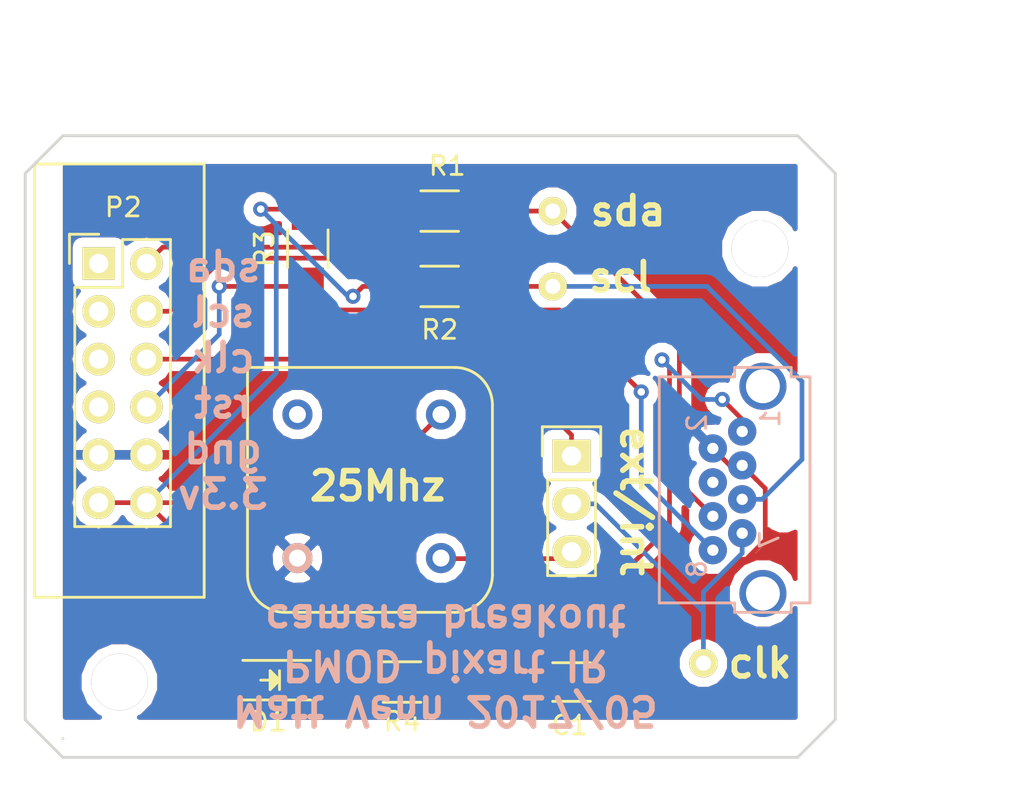
<source format=kicad_pcb>
(kicad_pcb (version 20170123) (host pcbnew no-vcs-found-7475836~58~ubuntu14.04.1)

  (general
    (links 27)
    (no_connects 0)
    (area 117.511475 67.3 176.000001 109.09376)
    (thickness 1.6)
    (drawings 23)
    (tracks 99)
    (zones 0)
    (modules 15)
    (nets 10)
  )

  (page A4)
  (layers
    (0 F.Cu signal)
    (31 B.Cu signal)
    (32 B.Adhes user)
    (33 F.Adhes user)
    (34 B.Paste user)
    (35 F.Paste user)
    (36 B.SilkS user)
    (37 F.SilkS user)
    (38 B.Mask user)
    (39 F.Mask user)
    (40 Dwgs.User user)
    (41 Cmts.User user)
    (42 Eco1.User user)
    (43 Eco2.User user)
    (44 Edge.Cuts user)
    (45 Margin user)
    (46 B.CrtYd user)
    (47 F.CrtYd user)
    (48 B.Fab user)
    (49 F.Fab user)
  )

  (setup
    (last_trace_width 0.25)
    (trace_clearance 0.2)
    (zone_clearance 0.508)
    (zone_45_only no)
    (trace_min 0.2)
    (segment_width 0.2)
    (edge_width 0.15)
    (via_size 0.8)
    (via_drill 0.4)
    (via_min_size 0.4)
    (via_min_drill 0.3)
    (uvia_size 0.3)
    (uvia_drill 0.1)
    (uvias_allowed no)
    (uvia_min_size 0.2)
    (uvia_min_drill 0.1)
    (pcb_text_width 0.3)
    (pcb_text_size 1.5 1.5)
    (mod_edge_width 0.15)
    (mod_text_size 1 1)
    (mod_text_width 0.15)
    (pad_size 1.524 1.524)
    (pad_drill 0.762)
    (pad_to_mask_clearance 0.2)
    (aux_axis_origin 0 0)
    (visible_elements FFFDEF7F)
    (pcbplotparams
      (layerselection 0x010f0_ffffffff)
      (usegerberextensions false)
      (excludeedgelayer true)
      (linewidth 0.100000)
      (plotframeref false)
      (viasonmask false)
      (mode 1)
      (useauxorigin false)
      (hpglpennumber 1)
      (hpglpenspeed 20)
      (hpglpendiameter 15)
      (psnegative false)
      (psa4output false)
      (plotreference true)
      (plotvalue true)
      (plotinvisibletext false)
      (padsonsilk false)
      (subtractmaskfromsilk false)
      (outputformat 1)
      (mirror false)
      (drillshape 0)
      (scaleselection 1)
      (outputdirectory fab/))
  )

  (net 0 "")
  (net 1 /sda)
  (net 2 VCC)
  (net 3 /scl)
  (net 4 /reset)
  (net 5 GND)
  (net 6 /clk)
  (net 7 /cam_clk)
  (net 8 /osc)
  (net 9 "Net-(D1-Pad1)")

  (net_class Default "This is the default net class."
    (clearance 0.2)
    (trace_width 0.25)
    (via_dia 0.8)
    (via_drill 0.4)
    (uvia_dia 0.3)
    (uvia_drill 0.1)
    (add_net /cam_clk)
    (add_net /clk)
    (add_net /osc)
    (add_net /reset)
    (add_net /scl)
    (add_net /sda)
    (add_net GND)
    (add_net "Net-(D1-Pad1)")
    (add_net VCC)
  )

  (module fp:oscillator (layer F.Cu) (tedit 59383E01) (tstamp 59369F81)
    (at 137 92.5 90)
    (path /592C4E35)
    (fp_text reference U1 (at 4.15 -3.35 90) (layer F.SilkS) hide
      (effects (font (size 1 1) (thickness 0.15)))
    )
    (fp_text value oscillator (at 4.5 12.8 90) (layer F.Fab)
      (effects (font (size 1 1) (thickness 0.15)))
    )
    (fp_line (start 6.2 -6.2) (end -4.8 -6.2) (layer F.SilkS) (width 0.15))
    (fp_line (start -6.8 -4.2) (end -6.8 4.8) (layer F.SilkS) (width 0.15))
    (fp_line (start -4.85 6.8) (end 4.2 6.8) (layer F.SilkS) (width 0.15))
    (fp_line (start 6.2 4.85) (end 6.2 -6.2) (layer F.SilkS) (width 0.15))
    (fp_arc (start -4.8 -4.2) (end -6.8 -4.2) (angle 90) (layer F.SilkS) (width 0.15))
    (fp_arc (start -4.8 4.8) (end -4.8 6.8) (angle 90) (layer F.SilkS) (width 0.15))
    (fp_arc (start 4.2 4.8) (end 6.2 4.8) (angle 90) (layer F.SilkS) (width 0.15))
    (pad 1 thru_hole circle (at 3.7 -3.55 270) (size 1.6 1.6) (drill 0.9) (layers *.Cu *.Mask))
    (pad 8 thru_hole circle (at 3.7 4.07 270) (size 1.6 1.6) (drill 0.9) (layers *.Cu *.Mask)
      (net 2 VCC))
    (pad 4 thru_hole circle (at -3.92 -3.55 270) (size 1.6 1.6) (drill 0.9) (layers *.Cu *.Mask B.SilkS)
      (net 5 GND))
    (pad 5 thru_hole circle (at -3.92 4.07 270) (size 1.6 1.6) (drill 0.9) (layers *.Cu *.Mask)
      (net 8 /osc))
  )

  (module fp:wiimote (layer F.Cu) (tedit 592C5290) (tstamp 592C56CD)
    (at 154.758 92.8 90)
    (path /592C6EA5)
    (fp_text reference U2 (at 0.05 -3.05 90) (layer B.SilkS) hide
      (effects (font (size 1 1) (thickness 0.15)) (justify mirror))
    )
    (fp_text value wiimote-camera (at 0 -4.8 90) (layer F.Fab)
      (effects (font (size 1 1) (thickness 0.15)))
    )
    (fp_line (start 6.5 4.9) (end 6.5 4.9) (layer B.SilkS) (width 0.15))
    (fp_line (start 6.5 1.9) (end 6.5 4.9) (layer B.SilkS) (width 0.15))
    (fp_line (start 6 -2.1) (end 6 -2.1) (layer B.SilkS) (width 0.15))
    (fp_line (start -6 -2.1) (end 6 -2.1) (layer B.SilkS) (width 0.15))
    (fp_line (start -6.5 1.9) (end -6.5 1.9) (layer B.SilkS) (width 0.15))
    (fp_line (start -6.5 4.9) (end -6.5 1.9) (layer B.SilkS) (width 0.15))
    (fp_line (start -6 5.9) (end -6 5.9) (layer B.SilkS) (width 0.15))
    (fp_line (start 6 5.9) (end -6 5.9) (layer B.SilkS) (width 0.15))
    (fp_line (start 6 -2.1) (end 6 -2.1) (layer B.SilkS) (width 0.15))
    (fp_line (start 6 1.9) (end 6 -2.1) (layer B.SilkS) (width 0.15))
    (fp_line (start 6.5 1.9) (end 6 1.9) (layer B.SilkS) (width 0.15))
    (fp_line (start 6 5.9) (end 6 5.9) (layer B.SilkS) (width 0.15))
    (fp_line (start 6 4.9) (end 6 5.9) (layer B.SilkS) (width 0.15))
    (fp_line (start 6.5 4.9) (end 6 4.9) (layer B.SilkS) (width 0.15))
    (fp_line (start -6 5.9) (end -6 5.9) (layer B.SilkS) (width 0.15))
    (fp_line (start -6 4.9) (end -6 5.9) (layer B.SilkS) (width 0.15))
    (fp_line (start -6.5 4.9) (end -6 4.9) (layer B.SilkS) (width 0.15))
    (fp_line (start -6 -2.1) (end -6 -2.1) (layer B.SilkS) (width 0.15))
    (fp_line (start -6 1.9) (end -6 -2.1) (layer B.SilkS) (width 0.15))
    (fp_line (start -6.5 1.9) (end -6 1.9) (layer B.SilkS) (width 0.15))
    (fp_line (start -6.5 3.4) (end -6.5 3.4) (layer B.SilkS) (width 0.15))
    (fp_text user 1 (at 3.8 3.8 90) (layer B.SilkS)
      (effects (font (size 1 1) (thickness 0.15)) (justify mirror))
    )
    (fp_text user 7 (at -2.65 3.75 90) (layer B.SilkS)
      (effects (font (size 1 1) (thickness 0.15)) (justify mirror))
    )
    (fp_text user 2 (at 3.55 -0.1 90) (layer B.SilkS)
      (effects (font (size 1 1) (thickness 0.15)) (justify mirror))
    )
    (fp_text user 8 (at -4.2 -0.1 90) (layer B.SilkS)
      (effects (font (size 1 1) (thickness 0.15)) (justify mirror))
    )
    (pad 1 thru_hole circle (at 3.1 2.3 90) (size 1.5 1.5) (drill 0.6) (layers *.Cu *.Mask)
      (net 2 VCC))
    (pad "" np_thru_hole circle (at -5.5 3.4 90) (size 2.5 2.5) (drill 1.8) (layers *.Cu *.Mask))
    (pad "" np_thru_hole circle (at 5.5 3.4 90) (size 2.5 2.5) (drill 1.8) (layers *.Cu *.Mask))
    (pad "" np_thru_hole circle (at 2.7 4.5 90) (size 1.3 1.3) (drill 1.3) (layers *.Cu *.Mask))
    (pad "" np_thru_hole circle (at -1.1 4.5 90) (size 1.3 1.3) (drill 1.3) (layers *.Cu *.Mask))
    (pad 2 thru_hole circle (at 2.2 0.742 90) (size 1.5 1.5) (drill 0.6) (layers *.Cu *.Mask)
      (net 5 GND))
    (pad 3 thru_hole circle (at 1.3 2.3 90) (size 1.5 1.5) (drill 0.6) (layers *.Cu *.Mask)
      (net 5 GND))
    (pad 4 thru_hole circle (at 0.4 0.742 90) (size 1.5 1.5) (drill 0.6) (layers *.Cu *.Mask))
    (pad 5 thru_hole circle (at -0.5 2.3 90) (size 1.5 1.5) (drill 0.6) (layers *.Cu *.Mask)
      (net 3 /scl))
    (pad 6 thru_hole circle (at -1.4 0.742 90) (size 1.5 1.5) (drill 0.6) (layers *.Cu *.Mask)
      (net 1 /sda))
    (pad 7 thru_hole circle (at -2.3 2.3 90) (size 1.5 1.5) (drill 0.6) (layers *.Cu *.Mask)
      (net 7 /cam_clk))
    (pad 8 thru_hole circle (at -3.2 0.742 90) (size 1.5 1.5) (drill 0.6) (layers *.Cu *.Mask)
      (net 4 /reset))
  )

  (module Mounting_Holes:MountingHole_3mm (layer F.Cu) (tedit 592C4D32) (tstamp 59385F2B)
    (at 124 103)
    (descr "Mounting hole, Befestigungsbohrung, 3mm, No Annular, Kein Restring,")
    (tags "Mounting hole, Befestigungsbohrung, 3mm, No Annular, Kein Restring,")
    (fp_text reference REF** (at 0 -4.0005) (layer F.SilkS) hide
      (effects (font (size 1 1) (thickness 0.15)))
    )
    (fp_text value MountingHole_3mm (at 1.00076 5.00126) (layer F.Fab)
      (effects (font (size 1 1) (thickness 0.15)))
    )
    (fp_circle (center 0 0) (end 3 0) (layer Cmts.User) (width 0.381))
    (pad 1 thru_hole circle (at 0 0) (size 3 3) (drill 3) (layers))
  )

  (module Mounting_Holes:MountingHole_3mm (layer F.Cu) (tedit 592C4D2F) (tstamp 59385F29)
    (at 158 80)
    (descr "Mounting hole, Befestigungsbohrung, 3mm, No Annular, Kein Restring,")
    (tags "Mounting hole, Befestigungsbohrung, 3mm, No Annular, Kein Restring,")
    (fp_text reference REF** (at 0 -4.0005) (layer F.SilkS) hide
      (effects (font (size 1 1) (thickness 0.15)))
    )
    (fp_text value MountingHole_3mm (at 1.00076 5.00126) (layer F.Fab)
      (effects (font (size 1 1) (thickness 0.15)))
    )
    (fp_circle (center 0 0) (end 3 0) (layer Cmts.User) (width 0.381))
    (pad 1 thru_hole circle (at 0 0) (size 3 3) (drill 3) (layers))
  )

  (module Capacitors_SMD:C_1206_HandSoldering (layer F.Cu) (tedit 541A9C03) (tstamp 59369F2E)
    (at 148 103)
    (descr "Capacitor SMD 1206, hand soldering")
    (tags "capacitor 1206")
    (path /592C4B90)
    (attr smd)
    (fp_text reference C1 (at -0.1 2.3) (layer F.SilkS)
      (effects (font (size 1 1) (thickness 0.15)))
    )
    (fp_text value C (at 0 2.3) (layer F.Fab)
      (effects (font (size 1 1) (thickness 0.15)))
    )
    (fp_line (start -3.3 -1.15) (end 3.3 -1.15) (layer F.CrtYd) (width 0.05))
    (fp_line (start -3.3 1.15) (end 3.3 1.15) (layer F.CrtYd) (width 0.05))
    (fp_line (start -3.3 -1.15) (end -3.3 1.15) (layer F.CrtYd) (width 0.05))
    (fp_line (start 3.3 -1.15) (end 3.3 1.15) (layer F.CrtYd) (width 0.05))
    (fp_line (start 1 -1.025) (end -1 -1.025) (layer F.SilkS) (width 0.15))
    (fp_line (start -1 1.025) (end 1 1.025) (layer F.SilkS) (width 0.15))
    (pad 1 smd rect (at -2 0) (size 2 1.6) (layers F.Cu F.Paste F.Mask)
      (net 2 VCC))
    (pad 2 smd rect (at 2 0) (size 2 1.6) (layers F.Cu F.Paste F.Mask)
      (net 5 GND))
    (model Capacitors_SMD.3dshapes/C_1206_HandSoldering.wrl
      (at (xyz 0 0 0))
      (scale (xyz 1 1 1))
      (rotate (xyz 0 0 0))
    )
  )

  (module LEDs:LED-1206 (layer F.Cu) (tedit 55BDE2E8) (tstamp 59369F44)
    (at 132 102.9 180)
    (descr "LED 1206 smd package")
    (tags "LED1206 SMD")
    (path /592C5F93)
    (attr smd)
    (fp_text reference D1 (at 0.1 -2.2 180) (layer F.SilkS)
      (effects (font (size 1 1) (thickness 0.15)))
    )
    (fp_text value LED (at 0 2 180) (layer F.Fab)
      (effects (font (size 1 1) (thickness 0.15)))
    )
    (fp_line (start -2.15 1.05) (end 1.45 1.05) (layer F.SilkS) (width 0.15))
    (fp_line (start -2.15 -1.05) (end 1.45 -1.05) (layer F.SilkS) (width 0.15))
    (fp_line (start -0.1 -0.3) (end -0.1 0.3) (layer F.SilkS) (width 0.15))
    (fp_line (start -0.1 0.3) (end -0.4 0) (layer F.SilkS) (width 0.15))
    (fp_line (start -0.4 0) (end -0.2 -0.2) (layer F.SilkS) (width 0.15))
    (fp_line (start -0.2 -0.2) (end -0.2 0.05) (layer F.SilkS) (width 0.15))
    (fp_line (start -0.2 0.05) (end -0.25 0) (layer F.SilkS) (width 0.15))
    (fp_line (start -0.5 -0.5) (end -0.5 0.5) (layer F.SilkS) (width 0.15))
    (fp_line (start 0 0) (end 0.5 0) (layer F.SilkS) (width 0.15))
    (fp_line (start -0.5 0) (end 0 -0.5) (layer F.SilkS) (width 0.15))
    (fp_line (start 0 -0.5) (end 0 0.5) (layer F.SilkS) (width 0.15))
    (fp_line (start 0 0.5) (end -0.5 0) (layer F.SilkS) (width 0.15))
    (fp_line (start 2.5 -1.25) (end -2.5 -1.25) (layer F.CrtYd) (width 0.05))
    (fp_line (start -2.5 -1.25) (end -2.5 1.25) (layer F.CrtYd) (width 0.05))
    (fp_line (start -2.5 1.25) (end 2.5 1.25) (layer F.CrtYd) (width 0.05))
    (fp_line (start 2.5 1.25) (end 2.5 -1.25) (layer F.CrtYd) (width 0.05))
    (pad 2 smd rect (at 1.41986 0) (size 1.59766 1.80086) (layers F.Cu F.Paste F.Mask)
      (net 2 VCC))
    (pad 1 smd rect (at -1.41986 0) (size 1.59766 1.80086) (layers F.Cu F.Paste F.Mask)
      (net 9 "Net-(D1-Pad1)"))
  )

  (module Pin_Headers:Pin_Header_Straight_1x03 (layer F.Cu) (tedit 592C4D40) (tstamp 59369F56)
    (at 148 91)
    (descr "Through hole pin header")
    (tags "pin header")
    (path /592C5397)
    (fp_text reference P1 (at 0 -5.1) (layer F.SilkS) hide
      (effects (font (size 1 1) (thickness 0.15)))
    )
    (fp_text value CONN_01X03 (at 0 -3.1) (layer F.Fab)
      (effects (font (size 1 1) (thickness 0.15)))
    )
    (fp_line (start -1.75 -1.75) (end -1.75 6.85) (layer F.CrtYd) (width 0.05))
    (fp_line (start 1.75 -1.75) (end 1.75 6.85) (layer F.CrtYd) (width 0.05))
    (fp_line (start -1.75 -1.75) (end 1.75 -1.75) (layer F.CrtYd) (width 0.05))
    (fp_line (start -1.75 6.85) (end 1.75 6.85) (layer F.CrtYd) (width 0.05))
    (fp_line (start -1.27 1.27) (end -1.27 6.35) (layer F.SilkS) (width 0.15))
    (fp_line (start -1.27 6.35) (end 1.27 6.35) (layer F.SilkS) (width 0.15))
    (fp_line (start 1.27 6.35) (end 1.27 1.27) (layer F.SilkS) (width 0.15))
    (fp_line (start 1.55 -1.55) (end 1.55 0) (layer F.SilkS) (width 0.15))
    (fp_line (start 1.27 1.27) (end -1.27 1.27) (layer F.SilkS) (width 0.15))
    (fp_line (start -1.55 0) (end -1.55 -1.55) (layer F.SilkS) (width 0.15))
    (fp_line (start -1.55 -1.55) (end 1.55 -1.55) (layer F.SilkS) (width 0.15))
    (pad 1 thru_hole rect (at 0 0) (size 2.032 1.7272) (drill 1.016) (layers *.Cu *.Mask F.SilkS)
      (net 6 /clk))
    (pad 2 thru_hole oval (at 0 2.54) (size 2.032 1.7272) (drill 1.016) (layers *.Cu *.Mask F.SilkS)
      (net 7 /cam_clk))
    (pad 3 thru_hole oval (at 0 5.08) (size 2.032 1.7272) (drill 1.016) (layers *.Cu *.Mask F.SilkS)
      (net 8 /osc))
    (model Pin_Headers.3dshapes/Pin_Header_Straight_1x03.wrl
      (at (xyz 0 -0.1 0))
      (scale (xyz 1 1 1))
      (rotate (xyz 0 0 90))
    )
  )

  (module Pin_Headers:Pin_Header_Straight_2x06 (layer F.Cu) (tedit 0) (tstamp 59369F72)
    (at 122.9 80.78)
    (descr "Through hole pin header")
    (tags "pin header")
    (path /592C4A96)
    (fp_text reference P2 (at 1.3 -2.98) (layer F.SilkS)
      (effects (font (size 1 1) (thickness 0.15)))
    )
    (fp_text value CONN_02X06 (at 0 -3.1) (layer F.Fab)
      (effects (font (size 1 1) (thickness 0.15)))
    )
    (fp_line (start -1.75 -1.75) (end -1.75 14.45) (layer F.CrtYd) (width 0.05))
    (fp_line (start 4.3 -1.75) (end 4.3 14.45) (layer F.CrtYd) (width 0.05))
    (fp_line (start -1.75 -1.75) (end 4.3 -1.75) (layer F.CrtYd) (width 0.05))
    (fp_line (start -1.75 14.45) (end 4.3 14.45) (layer F.CrtYd) (width 0.05))
    (fp_line (start 3.81 13.97) (end 3.81 -1.27) (layer F.SilkS) (width 0.15))
    (fp_line (start -1.27 1.27) (end -1.27 13.97) (layer F.SilkS) (width 0.15))
    (fp_line (start 3.81 13.97) (end -1.27 13.97) (layer F.SilkS) (width 0.15))
    (fp_line (start 3.81 -1.27) (end 1.27 -1.27) (layer F.SilkS) (width 0.15))
    (fp_line (start 0 -1.55) (end -1.55 -1.55) (layer F.SilkS) (width 0.15))
    (fp_line (start 1.27 -1.27) (end 1.27 1.27) (layer F.SilkS) (width 0.15))
    (fp_line (start 1.27 1.27) (end -1.27 1.27) (layer F.SilkS) (width 0.15))
    (fp_line (start -1.55 -1.55) (end -1.55 0) (layer F.SilkS) (width 0.15))
    (pad 1 thru_hole rect (at 0 0) (size 1.7272 1.7272) (drill 1.016) (layers *.Cu *.Mask F.SilkS))
    (pad 2 thru_hole oval (at 2.54 0) (size 1.7272 1.7272) (drill 1.016) (layers *.Cu *.Mask F.SilkS)
      (net 1 /sda))
    (pad 3 thru_hole oval (at 0 2.54) (size 1.7272 1.7272) (drill 1.016) (layers *.Cu *.Mask F.SilkS))
    (pad 4 thru_hole oval (at 2.54 2.54) (size 1.7272 1.7272) (drill 1.016) (layers *.Cu *.Mask F.SilkS)
      (net 3 /scl))
    (pad 5 thru_hole oval (at 0 5.08) (size 1.7272 1.7272) (drill 1.016) (layers *.Cu *.Mask F.SilkS))
    (pad 6 thru_hole oval (at 2.54 5.08) (size 1.7272 1.7272) (drill 1.016) (layers *.Cu *.Mask F.SilkS)
      (net 6 /clk))
    (pad 7 thru_hole oval (at 0 7.62) (size 1.7272 1.7272) (drill 1.016) (layers *.Cu *.Mask F.SilkS))
    (pad 8 thru_hole oval (at 2.54 7.62) (size 1.7272 1.7272) (drill 1.016) (layers *.Cu *.Mask F.SilkS)
      (net 4 /reset))
    (pad 9 thru_hole oval (at 0 10.16) (size 1.7272 1.7272) (drill 1.016) (layers *.Cu *.Mask F.SilkS)
      (net 5 GND))
    (pad 10 thru_hole oval (at 2.54 10.16) (size 1.7272 1.7272) (drill 1.016) (layers *.Cu *.Mask F.SilkS)
      (net 5 GND))
    (pad 11 thru_hole oval (at 0 12.7) (size 1.7272 1.7272) (drill 1.016) (layers *.Cu *.Mask F.SilkS)
      (net 2 VCC))
    (pad 12 thru_hole oval (at 2.54 12.7) (size 1.7272 1.7272) (drill 1.016) (layers *.Cu *.Mask F.SilkS)
      (net 2 VCC))
    (model Pin_Headers.3dshapes/Pin_Header_Straight_2x06.wrl
      (at (xyz 0.05 -0.25 0))
      (scale (xyz 1 1 1))
      (rotate (xyz 0 0 90))
    )
  )

  (module Measurement_Points:Measurement_Point_Round-TH_Small (layer F.Cu) (tedit 592C4D28) (tstamp 5938575A)
    (at 147 78)
    (descr "Mesurement Point, Square, Trough Hole,  DM 1.5mm, Drill 0.8mm,")
    (tags "Mesurement Point, Square, Trough Hole, DM 1.5mm, Drill 0.8mm,")
    (path /592C5CF9)
    (fp_text reference W1 (at 0 -2.54) (layer F.SilkS) hide
      (effects (font (size 1 1) (thickness 0.15)))
    )
    (fp_text value TEST_1P (at 0 2.54) (layer F.Fab)
      (effects (font (size 1 1) (thickness 0.15)))
    )
    (pad 1 thru_hole circle (at 0 0) (size 1.50114 1.50114) (drill 0.8001) (layers *.Cu *.Mask F.SilkS)
      (net 1 /sda))
  )

  (module Measurement_Points:Measurement_Point_Round-TH_Small (layer F.Cu) (tedit 592C4D2B) (tstamp 5938575E)
    (at 147 82)
    (descr "Mesurement Point, Square, Trough Hole,  DM 1.5mm, Drill 0.8mm,")
    (tags "Mesurement Point, Square, Trough Hole, DM 1.5mm, Drill 0.8mm,")
    (path /592C5DE1)
    (fp_text reference W2 (at 0 -2.54) (layer F.SilkS) hide
      (effects (font (size 1 1) (thickness 0.15)))
    )
    (fp_text value TEST_1P (at 0 2.54) (layer F.Fab)
      (effects (font (size 1 1) (thickness 0.15)))
    )
    (pad 1 thru_hole circle (at 0 0) (size 1.50114 1.50114) (drill 0.8001) (layers *.Cu *.Mask F.SilkS)
      (net 3 /scl))
  )

  (module Measurement_Points:Measurement_Point_Round-TH_Small (layer F.Cu) (tedit 592C4D38) (tstamp 59385814)
    (at 155 102)
    (descr "Mesurement Point, Square, Trough Hole,  DM 1.5mm, Drill 0.8mm,")
    (tags "Mesurement Point, Square, Trough Hole, DM 1.5mm, Drill 0.8mm,")
    (path /592C64F0)
    (fp_text reference W3 (at 0 -2.54) (layer F.SilkS) hide
      (effects (font (size 1 1) (thickness 0.15)))
    )
    (fp_text value TEST_1P (at 0 2.54) (layer F.Fab)
      (effects (font (size 1 1) (thickness 0.15)))
    )
    (pad 1 thru_hole circle (at 0 0) (size 1.50114 1.50114) (drill 0.8001) (layers *.Cu *.Mask F.SilkS)
      (net 7 /cam_clk))
  )

  (module Resistors_SMD:R_1206_HandSoldering (layer F.Cu) (tedit 5418A20D) (tstamp 593A16FB)
    (at 141 78 180)
    (descr "Resistor SMD 1206, hand soldering")
    (tags "resistor 1206")
    (path /592C5BA0)
    (attr smd)
    (fp_text reference R1 (at -0.4 2.4 180) (layer F.SilkS)
      (effects (font (size 1 1) (thickness 0.15)))
    )
    (fp_text value R (at 0 2.3 180) (layer F.Fab)
      (effects (font (size 1 1) (thickness 0.15)))
    )
    (fp_line (start -3.3 -1.2) (end 3.3 -1.2) (layer F.CrtYd) (width 0.05))
    (fp_line (start -3.3 1.2) (end 3.3 1.2) (layer F.CrtYd) (width 0.05))
    (fp_line (start -3.3 -1.2) (end -3.3 1.2) (layer F.CrtYd) (width 0.05))
    (fp_line (start 3.3 -1.2) (end 3.3 1.2) (layer F.CrtYd) (width 0.05))
    (fp_line (start 1 1.075) (end -1 1.075) (layer F.SilkS) (width 0.15))
    (fp_line (start -1 -1.075) (end 1 -1.075) (layer F.SilkS) (width 0.15))
    (pad 1 smd rect (at -2 0 180) (size 2 1.7) (layers F.Cu F.Paste F.Mask)
      (net 1 /sda))
    (pad 2 smd rect (at 2 0 180) (size 2 1.7) (layers F.Cu F.Paste F.Mask)
      (net 2 VCC))
    (model Resistors_SMD.3dshapes/R_1206_HandSoldering.wrl
      (at (xyz 0 0 0))
      (scale (xyz 1 1 1))
      (rotate (xyz 0 0 0))
    )
  )

  (module Resistors_SMD:R_1206_HandSoldering (layer F.Cu) (tedit 5418A20D) (tstamp 593A1707)
    (at 141 82 180)
    (descr "Resistor SMD 1206, hand soldering")
    (tags "resistor 1206")
    (path /592C5B74)
    (attr smd)
    (fp_text reference R2 (at 0 -2.3 180) (layer F.SilkS)
      (effects (font (size 1 1) (thickness 0.15)))
    )
    (fp_text value 4.7k (at 0 2.3 180) (layer F.Fab)
      (effects (font (size 1 1) (thickness 0.15)))
    )
    (fp_line (start -1 -1.075) (end 1 -1.075) (layer F.SilkS) (width 0.15))
    (fp_line (start 1 1.075) (end -1 1.075) (layer F.SilkS) (width 0.15))
    (fp_line (start 3.3 -1.2) (end 3.3 1.2) (layer F.CrtYd) (width 0.05))
    (fp_line (start -3.3 -1.2) (end -3.3 1.2) (layer F.CrtYd) (width 0.05))
    (fp_line (start -3.3 1.2) (end 3.3 1.2) (layer F.CrtYd) (width 0.05))
    (fp_line (start -3.3 -1.2) (end 3.3 -1.2) (layer F.CrtYd) (width 0.05))
    (pad 2 smd rect (at 2 0 180) (size 2 1.7) (layers F.Cu F.Paste F.Mask)
      (net 2 VCC))
    (pad 1 smd rect (at -2 0 180) (size 2 1.7) (layers F.Cu F.Paste F.Mask)
      (net 3 /scl))
    (model Resistors_SMD.3dshapes/R_1206_HandSoldering.wrl
      (at (xyz 0 0 0))
      (scale (xyz 1 1 1))
      (rotate (xyz 0 0 0))
    )
  )

  (module Resistors_SMD:R_1206_HandSoldering (layer F.Cu) (tedit 5418A20D) (tstamp 593A1713)
    (at 134 80 90)
    (descr "Resistor SMD 1206, hand soldering")
    (tags "resistor 1206")
    (path /592C4B06)
    (attr smd)
    (fp_text reference R3 (at 0 -2.3 90) (layer F.SilkS)
      (effects (font (size 1 1) (thickness 0.15)))
    )
    (fp_text value 10k (at 0 2.3 90) (layer F.Fab)
      (effects (font (size 1 1) (thickness 0.15)))
    )
    (fp_line (start -3.3 -1.2) (end 3.3 -1.2) (layer F.CrtYd) (width 0.05))
    (fp_line (start -3.3 1.2) (end 3.3 1.2) (layer F.CrtYd) (width 0.05))
    (fp_line (start -3.3 -1.2) (end -3.3 1.2) (layer F.CrtYd) (width 0.05))
    (fp_line (start 3.3 -1.2) (end 3.3 1.2) (layer F.CrtYd) (width 0.05))
    (fp_line (start 1 1.075) (end -1 1.075) (layer F.SilkS) (width 0.15))
    (fp_line (start -1 -1.075) (end 1 -1.075) (layer F.SilkS) (width 0.15))
    (pad 1 smd rect (at -2 0 90) (size 2 1.7) (layers F.Cu F.Paste F.Mask)
      (net 4 /reset))
    (pad 2 smd rect (at 2 0 90) (size 2 1.7) (layers F.Cu F.Paste F.Mask)
      (net 2 VCC))
    (model Resistors_SMD.3dshapes/R_1206_HandSoldering.wrl
      (at (xyz 0 0 0))
      (scale (xyz 1 1 1))
      (rotate (xyz 0 0 0))
    )
  )

  (module Resistors_SMD:R_1206_HandSoldering (layer F.Cu) (tedit 5418A20D) (tstamp 593A189B)
    (at 139 103)
    (descr "Resistor SMD 1206, hand soldering")
    (tags "resistor 1206")
    (path /592C6095)
    (attr smd)
    (fp_text reference R4 (at 0 2.1) (layer F.SilkS)
      (effects (font (size 1 1) (thickness 0.15)))
    )
    (fp_text value 150R (at 0 2.3) (layer F.Fab)
      (effects (font (size 1 1) (thickness 0.15)))
    )
    (fp_line (start -3.3 -1.2) (end 3.3 -1.2) (layer F.CrtYd) (width 0.05))
    (fp_line (start -3.3 1.2) (end 3.3 1.2) (layer F.CrtYd) (width 0.05))
    (fp_line (start -3.3 -1.2) (end -3.3 1.2) (layer F.CrtYd) (width 0.05))
    (fp_line (start 3.3 -1.2) (end 3.3 1.2) (layer F.CrtYd) (width 0.05))
    (fp_line (start 1 1.075) (end -1 1.075) (layer F.SilkS) (width 0.15))
    (fp_line (start -1 -1.075) (end 1 -1.075) (layer F.SilkS) (width 0.15))
    (pad 1 smd rect (at -2 0) (size 2 1.7) (layers F.Cu F.Paste F.Mask)
      (net 9 "Net-(D1-Pad1)"))
    (pad 2 smd rect (at 2 0) (size 2 1.7) (layers F.Cu F.Paste F.Mask)
      (net 5 GND))
    (model Resistors_SMD.3dshapes/R_1206_HandSoldering.wrl
      (at (xyz 0 0 0))
      (scale (xyz 1 1 1))
      (rotate (xyz 0 0 0))
    )
  )

  (dimension 33 (width 0.3) (layer Dwgs.User)
    (gr_text "33.000 mm" (at 169.35 90.5 270) (layer Dwgs.User) (tstamp 59383CF3)
      (effects (font (size 1.5 1.5) (thickness 0.3)))
    )
    (feature1 (pts (xy 162 107) (xy 170.7 107)))
    (feature2 (pts (xy 162 74) (xy 170.7 74)))
    (crossbar (pts (xy 168 74) (xy 168 107)))
    (arrow1a (pts (xy 168 107) (xy 167.413579 105.873496)))
    (arrow1b (pts (xy 168 107) (xy 168.586421 105.873496)))
    (arrow2a (pts (xy 168 74) (xy 167.413579 75.126504)))
    (arrow2b (pts (xy 168 74) (xy 168.586421 75.126504)))
  )
  (dimension 42 (width 0.3) (layer Dwgs.User)
    (gr_text "42.000 mm" (at 140 68.65) (layer Dwgs.User) (tstamp 59383CF4)
      (effects (font (size 1.5 1.5) (thickness 0.3)))
    )
    (feature1 (pts (xy 161 74) (xy 161 67.3)))
    (feature2 (pts (xy 119 74) (xy 119 67.3)))
    (crossbar (pts (xy 119 70) (xy 161 70)))
    (arrow1a (pts (xy 161 70) (xy 159.873496 70.586421)))
    (arrow1b (pts (xy 161 70) (xy 159.873496 69.413579)))
    (arrow2a (pts (xy 119 70) (xy 120.126504 70.586421)))
    (arrow2b (pts (xy 119 70) (xy 120.126504 69.413579)))
  )
  (gr_text "Matt Venn 2017/05\nPMOD pixart IR\ncamera breakout" (at 141.3 102.1 180) (layer B.SilkS)
    (effects (font (size 1.5 1.5) (thickness 0.3)) (justify mirror))
  )
  (gr_line (start 128.5 98.5) (end 128.5 98.5) (layer F.SilkS) (width 0.15) (tstamp 59386012))
  (gr_line (start 119.5 98.5) (end 128.5 98.5) (layer F.SilkS) (width 0.15))
  (gr_line (start 119.5 75.5) (end 119.5 98.5) (layer F.SilkS) (width 0.15))
  (gr_line (start 128.5 75.5) (end 119.5 75.5) (layer F.SilkS) (width 0.15))
  (gr_line (start 128.5 98.5) (end 128.5 75.5) (layer F.SilkS) (width 0.15))
  (gr_line (start 121 106) (end 121 106) (layer Edge.Cuts) (width 0.15) (tstamp 59386006))
  (gr_line (start 160 107) (end 121 107) (layer Edge.Cuts) (width 0.15))
  (gr_line (start 162 105) (end 160 107) (layer Edge.Cuts) (width 0.15))
  (gr_line (start 162 76) (end 162 105) (layer Edge.Cuts) (width 0.15))
  (gr_line (start 160 74) (end 162 76) (layer Edge.Cuts) (width 0.15))
  (gr_line (start 121 74) (end 160 74) (layer Edge.Cuts) (width 0.15))
  (gr_line (start 119 76) (end 121 74) (layer Edge.Cuts) (width 0.15))
  (gr_line (start 119 105) (end 119 76) (layer Edge.Cuts) (width 0.15))
  (gr_line (start 121 107) (end 119 105) (layer Edge.Cuts) (width 0.15))
  (gr_text clk (at 158 102) (layer F.SilkS)
    (effects (font (size 1.5 1.5) (thickness 0.3)))
  )
  (gr_text "sda\n" (at 151 78) (layer F.SilkS)
    (effects (font (size 1.5 1.5) (thickness 0.3)))
  )
  (gr_text scl (at 150.6 81.5) (layer F.SilkS)
    (effects (font (size 1.5 1.5) (thickness 0.3)))
  )
  (gr_text "sda\nscl\nclk\nrst\ngnd\n3.3v" (at 129.5 87) (layer B.SilkS)
    (effects (font (size 1.5 1.5) (thickness 0.3)) (justify mirror))
  )
  (gr_text ext/int (at 151.4 93.4 270) (layer F.SilkS)
    (effects (font (size 1.5 1.5) (thickness 0.3)))
  )
  (gr_text 25Mhz (at 137.7 92.6) (layer F.SilkS)
    (effects (font (size 1.5 1.5) (thickness 0.3)))
  )

  (segment (start 147.750569 78.750569) (end 147 78) (width 0.25) (layer F.Cu) (net 1))
  (segment (start 153.725001 92.425001) (end 153.725001 84.725001) (width 0.25) (layer F.Cu) (net 1))
  (segment (start 153.725001 84.725001) (end 147.750569 78.750569) (width 0.25) (layer F.Cu) (net 1))
  (segment (start 155.5 94.2) (end 153.725001 92.425001) (width 0.25) (layer F.Cu) (net 1))
  (segment (start 143 78) (end 147 78) (width 0.25) (layer F.Cu) (net 1))
  (segment (start 125.44 80.78) (end 126.303599 79.916401) (width 0.25) (layer F.Cu) (net 1))
  (segment (start 126.303599 79.916401) (end 139.833599 79.916401) (width 0.25) (layer F.Cu) (net 1))
  (segment (start 139.833599 79.916401) (end 141.75 78) (width 0.25) (layer F.Cu) (net 1))
  (segment (start 141.75 78) (end 143 78) (width 0.25) (layer F.Cu) (net 1))
  (segment (start 146 103) (end 144.75 103) (width 0.25) (layer F.Cu) (net 2))
  (segment (start 144.75 103) (end 136.39 94.64) (width 0.25) (layer F.Cu) (net 2))
  (segment (start 136.39 94.64) (end 136.39 93.48) (width 0.25) (layer F.Cu) (net 2))
  (segment (start 125.44 93.48) (end 136.39 93.48) (width 0.25) (layer F.Cu) (net 2))
  (segment (start 136.39 93.48) (end 141.07 88.8) (width 0.25) (layer F.Cu) (net 2))
  (segment (start 132.325002 86.594998) (end 126.303599 92.616401) (width 0.25) (layer B.Cu) (net 2))
  (segment (start 131.5 77.9) (end 132.325002 78.725002) (width 0.25) (layer B.Cu) (net 2))
  (segment (start 132.325002 78.725002) (end 132.325002 86.594998) (width 0.25) (layer B.Cu) (net 2))
  (segment (start 126.303599 92.616401) (end 125.44 93.48) (width 0.25) (layer B.Cu) (net 2))
  (segment (start 153.199999 86.299999) (end 152.8 85.9) (width 0.25) (layer F.Cu) (net 2))
  (segment (start 153.199999 94.750001) (end 153.199999 86.299999) (width 0.25) (layer F.Cu) (net 2))
  (segment (start 146 103) (end 146 101.95) (width 0.25) (layer F.Cu) (net 2))
  (segment (start 154.9 88) (end 153.199999 86.299999) (width 0.25) (layer B.Cu) (net 2))
  (segment (start 156 88) (end 154.9 88) (width 0.25) (layer B.Cu) (net 2))
  (via (at 152.8 85.9) (size 0.8) (drill 0.4) (layers F.Cu B.Cu) (net 2))
  (segment (start 153.199999 86.299999) (end 152.8 85.9) (width 0.25) (layer B.Cu) (net 2))
  (segment (start 146 101.95) (end 153.199999 94.750001) (width 0.25) (layer F.Cu) (net 2))
  (segment (start 122.9 93.48) (end 124.121314 93.48) (width 0.25) (layer F.Cu) (net 2))
  (segment (start 124.121314 93.48) (end 125.44 93.48) (width 0.25) (layer F.Cu) (net 2))
  (segment (start 157.058 89.7) (end 157.058 89.058) (width 0.25) (layer F.Cu) (net 2))
  (segment (start 157.058 89.058) (end 156 88) (width 0.25) (layer F.Cu) (net 2))
  (via (at 156 88) (size 0.8) (drill 0.4) (layers F.Cu B.Cu) (net 2))
  (segment (start 136.799999 82.124991) (end 136.4 82.52499) (width 0.25) (layer F.Cu) (net 2))
  (segment (start 136.92499 82) (end 136.799999 82.124991) (width 0.25) (layer F.Cu) (net 2))
  (segment (start 139 82) (end 136.92499 82) (width 0.25) (layer F.Cu) (net 2))
  (segment (start 136.12499 82.52499) (end 136.4 82.52499) (width 0.25) (layer B.Cu) (net 2))
  (segment (start 131.5 77.9) (end 136.12499 82.52499) (width 0.25) (layer B.Cu) (net 2))
  (via (at 136.4 82.52499) (size 0.8) (drill 0.4) (layers F.Cu B.Cu) (net 2))
  (segment (start 146 103) (end 145.8 103) (width 0.25) (layer F.Cu) (net 2))
  (segment (start 131.5 77.9) (end 133.9 77.9) (width 0.25) (layer F.Cu) (net 2))
  (segment (start 133.9 77.9) (end 134 78) (width 0.25) (layer F.Cu) (net 2))
  (via (at 131.5 77.9) (size 0.8) (drill 0.4) (layers F.Cu B.Cu) (net 2))
  (segment (start 139 78) (end 137.75 78) (width 0.25) (layer F.Cu) (net 2))
  (segment (start 137.75 78) (end 134 78) (width 0.25) (layer F.Cu) (net 2))
  (segment (start 130.58014 102.9) (end 130.58014 98.62014) (width 0.25) (layer F.Cu) (net 2))
  (segment (start 130.58014 98.62014) (end 125.44 93.48) (width 0.25) (layer F.Cu) (net 2))
  (segment (start 147 82) (end 155.189002 82) (width 0.25) (layer B.Cu) (net 3))
  (segment (start 155.189002 82) (end 160.233001 87.043999) (width 0.25) (layer B.Cu) (net 3))
  (segment (start 160.233001 87.043999) (end 160.233001 91.185659) (width 0.25) (layer B.Cu) (net 3))
  (segment (start 160.233001 91.185659) (end 158.11866 93.3) (width 0.25) (layer B.Cu) (net 3))
  (segment (start 158.11866 93.3) (end 157.058 93.3) (width 0.25) (layer B.Cu) (net 3))
  (segment (start 143 82) (end 144.25 82) (width 0.25) (layer F.Cu) (net 3))
  (segment (start 144.25 82) (end 147 82) (width 0.25) (layer F.Cu) (net 3))
  (segment (start 125.44 83.32) (end 126.661314 83.32) (width 0.25) (layer F.Cu) (net 3))
  (segment (start 126.661314 83.32) (end 129.481314 80.5) (width 0.25) (layer F.Cu) (net 3))
  (segment (start 129.481314 80.5) (end 140.25 80.5) (width 0.25) (layer F.Cu) (net 3))
  (segment (start 140.25 80.5) (end 141.75 82) (width 0.25) (layer F.Cu) (net 3))
  (segment (start 141.75 82) (end 143 82) (width 0.25) (layer F.Cu) (net 3))
  (segment (start 133.85 82) (end 129.865685 82) (width 0.25) (layer F.Cu) (net 4))
  (segment (start 134 82.15) (end 133.85 82) (width 0.25) (layer F.Cu) (net 4))
  (segment (start 129.865685 82) (end 129.3 82) (width 0.25) (layer F.Cu) (net 4))
  (segment (start 129.3 84.54) (end 129.3 82.565685) (width 0.25) (layer B.Cu) (net 4))
  (segment (start 125.44 88.4) (end 129.3 84.54) (width 0.25) (layer B.Cu) (net 4))
  (via (at 129.3 82) (size 0.8) (drill 0.4) (layers F.Cu B.Cu) (net 4))
  (segment (start 129.3 82.565685) (end 129.3 82) (width 0.25) (layer B.Cu) (net 4))
  (segment (start 134 82) (end 134 82.15) (width 0.25) (layer F.Cu) (net 4))
  (segment (start 147.35 83.25) (end 151.300001 87.200001) (width 0.25) (layer F.Cu) (net 4))
  (segment (start 135.1 83.25) (end 147.35 83.25) (width 0.25) (layer F.Cu) (net 4))
  (segment (start 134 82.15) (end 135.1 83.25) (width 0.25) (layer F.Cu) (net 4))
  (segment (start 151.7 88.165685) (end 151.7 87.6) (width 0.25) (layer B.Cu) (net 4))
  (segment (start 155.5 96) (end 151.7 92.2) (width 0.25) (layer B.Cu) (net 4))
  (segment (start 151.300001 87.200001) (end 151.7 87.6) (width 0.25) (layer F.Cu) (net 4))
  (segment (start 151.7 92.2) (end 151.7 88.165685) (width 0.25) (layer B.Cu) (net 4))
  (via (at 151.7 87.6) (size 0.8) (drill 0.4) (layers F.Cu B.Cu) (net 4))
  (segment (start 133.45 96.42) (end 140.03 103) (width 0.25) (layer F.Cu) (net 5))
  (segment (start 140.03 103) (end 141 103) (width 0.25) (layer F.Cu) (net 5))
  (segment (start 122.9 90.94) (end 124.121314 90.94) (width 0.25) (layer F.Cu) (net 5))
  (segment (start 124.121314 90.94) (end 125.44 90.94) (width 0.25) (layer F.Cu) (net 5))
  (segment (start 150 103) (end 150.749002 103) (width 0.25) (layer F.Cu) (net 5))
  (segment (start 150.749002 103) (end 158.282999 95.466003) (width 0.25) (layer F.Cu) (net 5))
  (segment (start 157.807999 92.249999) (end 157.058 91.5) (width 0.25) (layer F.Cu) (net 5))
  (segment (start 158.282999 95.466003) (end 158.282999 92.724999) (width 0.25) (layer F.Cu) (net 5))
  (segment (start 158.282999 92.724999) (end 157.807999 92.249999) (width 0.25) (layer F.Cu) (net 5))
  (segment (start 157.058 91.5) (end 156.4 91.5) (width 0.25) (layer F.Cu) (net 5))
  (segment (start 156.4 91.5) (end 155.5 90.6) (width 0.25) (layer F.Cu) (net 5))
  (segment (start 125.44 85.86) (end 143.9736 85.86) (width 0.25) (layer F.Cu) (net 6))
  (segment (start 143.9736 85.86) (end 148 89.8864) (width 0.25) (layer F.Cu) (net 6))
  (segment (start 148 89.8864) (end 148 91) (width 0.25) (layer F.Cu) (net 6))
  (segment (start 155 99.274) (end 155 99.5) (width 0.25) (layer B.Cu) (net 7))
  (segment (start 155 99.5) (end 155 100.938534) (width 0.25) (layer B.Cu) (net 7))
  (segment (start 157.058 95.1) (end 157.058 96.16066) (width 0.25) (layer B.Cu) (net 7))
  (segment (start 157.058 96.16066) (end 155 98.21866) (width 0.25) (layer B.Cu) (net 7))
  (segment (start 155 98.21866) (end 155 99.5) (width 0.25) (layer B.Cu) (net 7))
  (segment (start 148 93.54) (end 149.266 93.54) (width 0.25) (layer B.Cu) (net 7))
  (segment (start 149.266 93.54) (end 155 99.274) (width 0.25) (layer B.Cu) (net 7))
  (segment (start 155 100.938534) (end 155 102) (width 0.25) (layer B.Cu) (net 7))
  (segment (start 141 96.45) (end 147.63 96.45) (width 0.25) (layer F.Cu) (net 8))
  (segment (start 147.63 96.45) (end 148 96.08) (width 0.25) (layer F.Cu) (net 8))
  (segment (start 133.41986 102.9) (end 136.9 102.9) (width 0.25) (layer F.Cu) (net 9))
  (segment (start 136.9 102.9) (end 137 103) (width 0.25) (layer F.Cu) (net 9))

  (zone (net 5) (net_name GND) (layer F.Cu) (tstamp 0) (hatch edge 0.508)
    (connect_pads (clearance 0.508))
    (min_thickness 0.254)
    (fill yes (arc_segments 16) (thermal_gap 0.508) (thermal_bridge_width 0.508))
    (polygon
      (pts
        (xy 120.5 75.5) (xy 160 75.5) (xy 160 105) (xy 121 105) (xy 121 75.5)
      )
    )
    (filled_polygon
      (pts
        (xy 159.873 78.942203) (xy 159.81102 78.7922) (xy 159.210959 78.191091) (xy 158.426541 77.865372) (xy 157.577185 77.86463)
        (xy 156.7922 78.18898) (xy 156.191091 78.789041) (xy 155.865372 79.573459) (xy 155.86463 80.422815) (xy 156.18898 81.2078)
        (xy 156.789041 81.808909) (xy 157.573459 82.134628) (xy 158.422815 82.13537) (xy 159.2078 81.81102) (xy 159.808909 81.210959)
        (xy 159.873 81.056611) (xy 159.873 86.514474) (xy 159.756957 86.233628) (xy 159.227161 85.702907) (xy 158.534595 85.415328)
        (xy 157.784695 85.414674) (xy 157.091628 85.701043) (xy 156.560907 86.230839) (xy 156.273328 86.923405) (xy 156.273267 86.992789)
        (xy 156.206777 86.96518) (xy 155.795029 86.964821) (xy 155.414485 87.122058) (xy 155.123081 87.412954) (xy 154.96518 87.793223)
        (xy 154.964821 88.204971) (xy 155.122058 88.585515) (xy 155.412954 88.876919) (xy 155.793223 89.03482) (xy 155.834536 89.034856)
        (xy 155.757079 89.221394) (xy 155.704829 89.202799) (xy 155.154552 89.23077) (xy 154.776077 89.38754) (xy 154.708088 89.628483)
        (xy 155.5 90.420395) (xy 155.514143 90.406253) (xy 155.693748 90.585858) (xy 155.679605 90.6) (xy 155.693748 90.614143)
        (xy 155.514143 90.793748) (xy 155.5 90.779605) (xy 155.485858 90.793748) (xy 155.306253 90.614143) (xy 155.320395 90.6)
        (xy 154.528483 89.808088) (xy 154.485001 89.820358) (xy 154.485001 84.725001) (xy 154.427149 84.434162) (xy 154.262402 84.1876)
        (xy 148.375438 78.300636) (xy 148.385329 78.276816) (xy 148.38581 77.725602) (xy 148.175314 77.216163) (xy 147.785887 76.826056)
        (xy 147.276816 76.614671) (xy 146.725602 76.61419) (xy 146.216163 76.824686) (xy 145.826056 77.214113) (xy 145.815307 77.24)
        (xy 144.64744 77.24) (xy 144.64744 77.15) (xy 144.598157 76.902235) (xy 144.457809 76.692191) (xy 144.247765 76.551843)
        (xy 144 76.50256) (xy 142 76.50256) (xy 141.752235 76.551843) (xy 141.542191 76.692191) (xy 141.401843 76.902235)
        (xy 141.35256 77.15) (xy 141.35256 77.36908) (xy 141.212599 77.462599) (xy 140.64744 78.027758) (xy 140.64744 77.15)
        (xy 140.598157 76.902235) (xy 140.457809 76.692191) (xy 140.247765 76.551843) (xy 140 76.50256) (xy 138 76.50256)
        (xy 137.752235 76.551843) (xy 137.542191 76.692191) (xy 137.401843 76.902235) (xy 137.35256 77.15) (xy 137.35256 77.24)
        (xy 135.49744 77.24) (xy 135.49744 77) (xy 135.448157 76.752235) (xy 135.307809 76.542191) (xy 135.097765 76.401843)
        (xy 134.85 76.35256) (xy 133.15 76.35256) (xy 132.902235 76.401843) (xy 132.692191 76.542191) (xy 132.551843 76.752235)
        (xy 132.50256 77) (xy 132.50256 77.14) (xy 132.203761 77.14) (xy 132.087046 77.023081) (xy 131.706777 76.86518)
        (xy 131.295029 76.864821) (xy 130.914485 77.022058) (xy 130.623081 77.312954) (xy 130.46518 77.693223) (xy 130.464821 78.104971)
        (xy 130.622058 78.485515) (xy 130.912954 78.776919) (xy 131.293223 78.93482) (xy 131.704971 78.935179) (xy 132.085515 78.777942)
        (xy 132.203663 78.66) (xy 132.50256 78.66) (xy 132.50256 79) (xy 132.53367 79.156401) (xy 126.303599 79.156401)
        (xy 126.061013 79.204655) (xy 126.012759 79.214253) (xy 125.810663 79.34929) (xy 125.469359 79.2814) (xy 125.410641 79.2814)
        (xy 124.837152 79.395474) (xy 124.369568 79.707904) (xy 124.361757 79.668635) (xy 124.221409 79.458591) (xy 124.011365 79.318243)
        (xy 123.7636 79.26896) (xy 122.0364 79.26896) (xy 121.788635 79.318243) (xy 121.578591 79.458591) (xy 121.438243 79.668635)
        (xy 121.38896 79.9164) (xy 121.38896 81.6436) (xy 121.438243 81.891365) (xy 121.578591 82.101409) (xy 121.788635 82.241757)
        (xy 121.827267 82.249441) (xy 121.810971 82.26033) (xy 121.486115 82.746511) (xy 121.372041 83.32) (xy 121.486115 83.893489)
        (xy 121.810971 84.37967) (xy 122.125752 84.59) (xy 121.810971 84.80033) (xy 121.486115 85.286511) (xy 121.372041 85.86)
        (xy 121.486115 86.433489) (xy 121.810971 86.91967) (xy 122.125752 87.13) (xy 121.810971 87.34033) (xy 121.486115 87.826511)
        (xy 121.372041 88.4) (xy 121.486115 88.973489) (xy 121.810971 89.45967) (xy 122.134228 89.675664) (xy 122.01151 89.733179)
        (xy 121.617312 90.165053) (xy 121.445042 90.580974) (xy 121.566183 90.813) (xy 122.773 90.813) (xy 122.773 90.793)
        (xy 123.027 90.793) (xy 123.027 90.813) (xy 125.313 90.813) (xy 125.313 90.793) (xy 125.567 90.793)
        (xy 125.567 90.813) (xy 126.773817 90.813) (xy 126.894958 90.580974) (xy 126.722688 90.165053) (xy 126.32849 89.733179)
        (xy 126.205772 89.675664) (xy 126.529029 89.45967) (xy 126.779918 89.084187) (xy 132.014752 89.084187) (xy 132.232757 89.6118)
        (xy 132.636077 90.015824) (xy 133.163309 90.23475) (xy 133.734187 90.235248) (xy 134.2618 90.017243) (xy 134.665824 89.613923)
        (xy 134.88475 89.086691) (xy 134.885248 88.515813) (xy 134.667243 87.9882) (xy 134.263923 87.584176) (xy 133.736691 87.36525)
        (xy 133.165813 87.364752) (xy 132.6382 87.582757) (xy 132.234176 87.986077) (xy 132.01525 88.513309) (xy 132.014752 89.084187)
        (xy 126.779918 89.084187) (xy 126.853885 88.973489) (xy 126.967959 88.4) (xy 126.853885 87.826511) (xy 126.529029 87.34033)
        (xy 126.214248 87.13) (xy 126.529029 86.91967) (xy 126.729262 86.62) (xy 143.658798 86.62) (xy 146.640805 89.602007)
        (xy 146.526191 89.678591) (xy 146.385843 89.888635) (xy 146.33656 90.1364) (xy 146.33656 91.8636) (xy 146.385843 92.111365)
        (xy 146.526191 92.321409) (xy 146.736235 92.461757) (xy 146.772566 92.468984) (xy 146.755585 92.48033) (xy 146.430729 92.966511)
        (xy 146.316655 93.54) (xy 146.430729 94.113489) (xy 146.755585 94.59967) (xy 147.070366 94.81) (xy 146.755585 95.02033)
        (xy 146.430729 95.506511) (xy 146.394231 95.69) (xy 142.321042 95.69) (xy 142.287243 95.6082) (xy 141.883923 95.204176)
        (xy 141.356691 94.98525) (xy 140.785813 94.984752) (xy 140.2582 95.202757) (xy 139.854176 95.606077) (xy 139.63525 96.133309)
        (xy 139.634752 96.704187) (xy 139.709223 96.884421) (xy 137.15 94.325198) (xy 137.15 93.794802) (xy 140.731546 90.213256)
        (xy 140.783309 90.23475) (xy 141.354187 90.235248) (xy 141.8818 90.017243) (xy 142.285824 89.613923) (xy 142.50475 89.086691)
        (xy 142.505248 88.515813) (xy 142.287243 87.9882) (xy 141.883923 87.584176) (xy 141.356691 87.36525) (xy 140.785813 87.364752)
        (xy 140.2582 87.582757) (xy 139.854176 87.986077) (xy 139.63525 88.513309) (xy 139.634752 89.084187) (xy 139.657049 89.138149)
        (xy 136.075198 92.72) (xy 126.729262 92.72) (xy 126.529029 92.42033) (xy 126.205772 92.204336) (xy 126.32849 92.146821)
        (xy 126.722688 91.714947) (xy 126.894958 91.299026) (xy 126.773817 91.067) (xy 125.567 91.067) (xy 125.567 91.087)
        (xy 125.313 91.087) (xy 125.313 91.067) (xy 123.027 91.067) (xy 123.027 91.087) (xy 122.773 91.087)
        (xy 122.773 91.067) (xy 121.566183 91.067) (xy 121.445042 91.299026) (xy 121.617312 91.714947) (xy 122.01151 92.146821)
        (xy 122.134228 92.204336) (xy 121.810971 92.42033) (xy 121.486115 92.906511) (xy 121.372041 93.48) (xy 121.486115 94.053489)
        (xy 121.810971 94.53967) (xy 122.297152 94.864526) (xy 122.870641 94.9786) (xy 122.929359 94.9786) (xy 123.502848 94.864526)
        (xy 123.989029 94.53967) (xy 124.17 94.268828) (xy 124.350971 94.53967) (xy 124.837152 94.864526) (xy 125.410641 94.9786)
        (xy 125.469359 94.9786) (xy 125.798356 94.913158) (xy 129.82014 98.934942) (xy 129.82014 101.35213) (xy 129.78131 101.35213)
        (xy 129.533545 101.401413) (xy 129.323501 101.541761) (xy 129.183153 101.751805) (xy 129.13387 101.99957) (xy 129.13387 103.80043)
        (xy 129.183153 104.048195) (xy 129.323501 104.258239) (xy 129.533545 104.398587) (xy 129.78131 104.44787) (xy 131.37897 104.44787)
        (xy 131.626735 104.398587) (xy 131.836779 104.258239) (xy 131.977127 104.048195) (xy 132 103.933203) (xy 132.022873 104.048195)
        (xy 132.163221 104.258239) (xy 132.373265 104.398587) (xy 132.62103 104.44787) (xy 134.21869 104.44787) (xy 134.466455 104.398587)
        (xy 134.676499 104.258239) (xy 134.816847 104.048195) (xy 134.86613 103.80043) (xy 134.86613 103.66) (xy 135.35256 103.66)
        (xy 135.35256 103.85) (xy 135.401843 104.097765) (xy 135.542191 104.307809) (xy 135.752235 104.448157) (xy 136 104.49744)
        (xy 138 104.49744) (xy 138.247765 104.448157) (xy 138.457809 104.307809) (xy 138.598157 104.097765) (xy 138.64744 103.85)
        (xy 138.64744 103.28575) (xy 139.365 103.28575) (xy 139.365 103.97631) (xy 139.461673 104.209699) (xy 139.640302 104.388327)
        (xy 139.873691 104.485) (xy 140.71425 104.485) (xy 140.873 104.32625) (xy 140.873 103.127) (xy 141.127 103.127)
        (xy 141.127 104.32625) (xy 141.28575 104.485) (xy 142.126309 104.485) (xy 142.359698 104.388327) (xy 142.538327 104.209699)
        (xy 142.635 103.97631) (xy 142.635 103.28575) (xy 142.47625 103.127) (xy 141.127 103.127) (xy 140.873 103.127)
        (xy 139.52375 103.127) (xy 139.365 103.28575) (xy 138.64744 103.28575) (xy 138.64744 102.15) (xy 138.622316 102.02369)
        (xy 139.365 102.02369) (xy 139.365 102.71425) (xy 139.52375 102.873) (xy 140.873 102.873) (xy 140.873 101.67375)
        (xy 140.71425 101.515) (xy 139.873691 101.515) (xy 139.640302 101.611673) (xy 139.461673 101.790301) (xy 139.365 102.02369)
        (xy 138.622316 102.02369) (xy 138.598157 101.902235) (xy 138.457809 101.692191) (xy 138.247765 101.551843) (xy 138 101.50256)
        (xy 136 101.50256) (xy 135.752235 101.551843) (xy 135.542191 101.692191) (xy 135.401843 101.902235) (xy 135.354549 102.14)
        (xy 134.86613 102.14) (xy 134.86613 101.99957) (xy 134.816847 101.751805) (xy 134.676499 101.541761) (xy 134.466455 101.401413)
        (xy 134.21869 101.35213) (xy 132.62103 101.35213) (xy 132.373265 101.401413) (xy 132.163221 101.541761) (xy 132.022873 101.751805)
        (xy 132 101.866797) (xy 131.977127 101.751805) (xy 131.836779 101.541761) (xy 131.626735 101.401413) (xy 131.37897 101.35213)
        (xy 131.34014 101.35213) (xy 131.34014 98.62014) (xy 131.282288 98.329301) (xy 131.117541 98.082739) (xy 130.462547 97.427745)
        (xy 132.621861 97.427745) (xy 132.695995 97.673864) (xy 133.233223 97.866965) (xy 133.803454 97.839778) (xy 134.204005 97.673864)
        (xy 134.278139 97.427745) (xy 133.45 96.599605) (xy 132.621861 97.427745) (xy 130.462547 97.427745) (xy 129.238025 96.203223)
        (xy 132.003035 96.203223) (xy 132.030222 96.773454) (xy 132.196136 97.174005) (xy 132.442255 97.248139) (xy 133.270395 96.42)
        (xy 133.629605 96.42) (xy 134.457745 97.248139) (xy 134.703864 97.174005) (xy 134.896965 96.636777) (xy 134.869778 96.066546)
        (xy 134.703864 95.665995) (xy 134.457745 95.591861) (xy 133.629605 96.42) (xy 133.270395 96.42) (xy 132.442255 95.591861)
        (xy 132.196136 95.665995) (xy 132.003035 96.203223) (xy 129.238025 96.203223) (xy 128.447057 95.412255) (xy 132.621861 95.412255)
        (xy 133.45 96.240395) (xy 134.278139 95.412255) (xy 134.204005 95.166136) (xy 133.666777 94.973035) (xy 133.096546 95.000222)
        (xy 132.695995 95.166136) (xy 132.621861 95.412255) (xy 128.447057 95.412255) (xy 127.274802 94.24) (xy 135.63 94.24)
        (xy 135.63 94.64) (xy 135.687852 94.930839) (xy 135.852599 95.177401) (xy 142.235374 101.560176) (xy 142.126309 101.515)
        (xy 141.28575 101.515) (xy 141.127 101.67375) (xy 141.127 102.873) (xy 142.47625 102.873) (xy 142.635 102.71425)
        (xy 142.635 102.02369) (xy 142.589824 101.914626) (xy 144.212599 103.537401) (xy 144.35256 103.63092) (xy 144.35256 103.8)
        (xy 144.401843 104.047765) (xy 144.542191 104.257809) (xy 144.752235 104.398157) (xy 145 104.44744) (xy 147 104.44744)
        (xy 147.247765 104.398157) (xy 147.457809 104.257809) (xy 147.598157 104.047765) (xy 147.64744 103.8) (xy 147.64744 103.28575)
        (xy 148.365 103.28575) (xy 148.365 103.92631) (xy 148.461673 104.159699) (xy 148.640302 104.338327) (xy 148.873691 104.435)
        (xy 149.71425 104.435) (xy 149.873 104.27625) (xy 149.873 103.127) (xy 150.127 103.127) (xy 150.127 104.27625)
        (xy 150.28575 104.435) (xy 151.126309 104.435) (xy 151.359698 104.338327) (xy 151.538327 104.159699) (xy 151.635 103.92631)
        (xy 151.635 103.28575) (xy 151.47625 103.127) (xy 150.127 103.127) (xy 149.873 103.127) (xy 148.52375 103.127)
        (xy 148.365 103.28575) (xy 147.64744 103.28575) (xy 147.64744 102.2) (xy 147.622316 102.07369) (xy 148.365 102.07369)
        (xy 148.365 102.71425) (xy 148.52375 102.873) (xy 149.873 102.873) (xy 149.873 101.72375) (xy 150.127 101.72375)
        (xy 150.127 102.873) (xy 151.47625 102.873) (xy 151.635 102.71425) (xy 151.635 102.274398) (xy 153.61419 102.274398)
        (xy 153.824686 102.783837) (xy 154.214113 103.173944) (xy 154.723184 103.385329) (xy 155.274398 103.38581) (xy 155.783837 103.175314)
        (xy 156.173944 102.785887) (xy 156.385329 102.276816) (xy 156.38581 101.725602) (xy 156.175314 101.216163) (xy 155.785887 100.826056)
        (xy 155.276816 100.614671) (xy 154.725602 100.61419) (xy 154.216163 100.824686) (xy 153.826056 101.214113) (xy 153.614671 101.723184)
        (xy 153.61419 102.274398) (xy 151.635 102.274398) (xy 151.635 102.07369) (xy 151.538327 101.840301) (xy 151.359698 101.661673)
        (xy 151.126309 101.565) (xy 150.28575 101.565) (xy 150.127 101.72375) (xy 149.873 101.72375) (xy 149.71425 101.565)
        (xy 148.873691 101.565) (xy 148.640302 101.661673) (xy 148.461673 101.840301) (xy 148.365 102.07369) (xy 147.622316 102.07369)
        (xy 147.598157 101.952235) (xy 147.457809 101.742191) (xy 147.352786 101.672016) (xy 153.7374 95.287402) (xy 153.902147 95.040841)
        (xy 153.959999 94.750001) (xy 153.959999 93.734801) (xy 154.124998 93.8998) (xy 154.115241 93.923298) (xy 154.11476 94.474285)
        (xy 154.325169 94.983515) (xy 154.441313 95.099862) (xy 154.326539 95.214436) (xy 154.115241 95.723298) (xy 154.11476 96.274285)
        (xy 154.325169 96.783515) (xy 154.714436 97.173461) (xy 155.223298 97.384759) (xy 155.774285 97.38524) (xy 156.283515 97.174831)
        (xy 156.673461 96.785564) (xy 156.79836 96.484774) (xy 157.332285 96.48524) (xy 157.841515 96.274831) (xy 158.231461 95.885564)
        (xy 158.442759 95.376702) (xy 158.443173 94.902602) (xy 158.529155 94.988735) (xy 159.001276 95.184777) (xy 159.512481 95.185223)
        (xy 159.873 95.036259) (xy 159.873 97.514474) (xy 159.756957 97.233628) (xy 159.227161 96.702907) (xy 158.534595 96.415328)
        (xy 157.784695 96.414674) (xy 157.091628 96.701043) (xy 156.560907 97.230839) (xy 156.273328 97.923405) (xy 156.272674 98.673305)
        (xy 156.559043 99.366372) (xy 157.088839 99.897093) (xy 157.781405 100.184672) (xy 158.531305 100.185326) (xy 159.224372 99.898957)
        (xy 159.755093 99.369161) (xy 159.873 99.08521) (xy 159.873 104.873) (xy 125.057797 104.873) (xy 125.2078 104.81102)
        (xy 125.808909 104.210959) (xy 126.134628 103.426541) (xy 126.13537 102.577185) (xy 125.81102 101.7922) (xy 125.210959 101.191091)
        (xy 124.426541 100.865372) (xy 123.577185 100.86463) (xy 122.7922 101.18898) (xy 122.191091 101.789041) (xy 121.865372 102.573459)
        (xy 121.86463 103.422815) (xy 122.18898 104.2078) (xy 122.789041 104.808909) (xy 122.943389 104.873) (xy 121.127 104.873)
        (xy 121.127 75.627) (xy 159.873 75.627)
      )
    )
    (filled_polygon
      (pts
        (xy 157.251748 91.485858) (xy 157.237605 91.5) (xy 157.251748 91.514143) (xy 157.072143 91.693748) (xy 157.058 91.679605)
        (xy 157.043858 91.693748) (xy 156.864253 91.514143) (xy 156.878395 91.5) (xy 156.864253 91.485858) (xy 157.043858 91.306253)
        (xy 157.058 91.320395) (xy 157.072143 91.306253)
      )
    )
  )
  (zone (net 5) (net_name GND) (layer B.Cu) (tstamp 593A18F2) (hatch edge 0.508)
    (connect_pads (clearance 0.508))
    (min_thickness 0.254)
    (fill yes (arc_segments 16) (thermal_gap 0.508) (thermal_bridge_width 0.508))
    (polygon
      (pts
        (xy 160 105) (xy 121 105) (xy 121 75.5) (xy 160 75.5)
      )
    )
    (filled_polygon
      (pts
        (xy 159.873 78.942203) (xy 159.81102 78.7922) (xy 159.210959 78.191091) (xy 158.426541 77.865372) (xy 157.577185 77.86463)
        (xy 156.7922 78.18898) (xy 156.191091 78.789041) (xy 155.865372 79.573459) (xy 155.86463 80.422815) (xy 156.18898 81.2078)
        (xy 156.789041 81.808909) (xy 157.573459 82.134628) (xy 158.422815 82.13537) (xy 159.2078 81.81102) (xy 159.808909 81.210959)
        (xy 159.873 81.056611) (xy 159.873 85.609196) (xy 155.726403 81.462599) (xy 155.479841 81.297852) (xy 155.189002 81.24)
        (xy 148.185163 81.24) (xy 148.175314 81.216163) (xy 147.785887 80.826056) (xy 147.276816 80.614671) (xy 146.725602 80.61419)
        (xy 146.216163 80.824686) (xy 145.826056 81.214113) (xy 145.614671 81.723184) (xy 145.61419 82.274398) (xy 145.824686 82.783837)
        (xy 146.214113 83.173944) (xy 146.723184 83.385329) (xy 147.274398 83.38581) (xy 147.783837 83.175314) (xy 148.173944 82.785887)
        (xy 148.184693 82.76) (xy 154.8742 82.76) (xy 157.603671 85.489471) (xy 157.091628 85.701043) (xy 156.560907 86.230839)
        (xy 156.273328 86.923405) (xy 156.273267 86.992789) (xy 156.206777 86.96518) (xy 155.795029 86.964821) (xy 155.414485 87.122058)
        (xy 155.296337 87.24) (xy 155.214802 87.24) (xy 153.835035 85.860233) (xy 153.835179 85.695029) (xy 153.677942 85.314485)
        (xy 153.387046 85.023081) (xy 153.006777 84.86518) (xy 152.595029 84.864821) (xy 152.214485 85.022058) (xy 151.923081 85.312954)
        (xy 151.76518 85.693223) (xy 151.764821 86.104971) (xy 151.922058 86.485515) (xy 152.068705 86.632418) (xy 151.906777 86.56518)
        (xy 151.495029 86.564821) (xy 151.114485 86.722058) (xy 150.823081 87.012954) (xy 150.66518 87.393223) (xy 150.664821 87.804971)
        (xy 150.822058 88.185515) (xy 150.94 88.303663) (xy 150.94 92.2) (xy 150.997852 92.490839) (xy 151.162599 92.737401)
        (xy 154.124998 95.6998) (xy 154.115241 95.723298) (xy 154.11476 96.274285) (xy 154.325169 96.783515) (xy 154.714436 97.173461)
        (xy 154.895297 97.248561) (xy 154.47233 97.671528) (xy 149.803401 93.002599) (xy 149.556839 92.837852) (xy 149.472032 92.820983)
        (xy 149.244415 92.48033) (xy 149.227434 92.468984) (xy 149.263765 92.461757) (xy 149.473809 92.321409) (xy 149.614157 92.111365)
        (xy 149.66344 91.8636) (xy 149.66344 90.1364) (xy 149.614157 89.888635) (xy 149.473809 89.678591) (xy 149.263765 89.538243)
        (xy 149.016 89.48896) (xy 146.984 89.48896) (xy 146.736235 89.538243) (xy 146.526191 89.678591) (xy 146.385843 89.888635)
        (xy 146.33656 90.1364) (xy 146.33656 91.8636) (xy 146.385843 92.111365) (xy 146.526191 92.321409) (xy 146.736235 92.461757)
        (xy 146.772566 92.468984) (xy 146.755585 92.48033) (xy 146.430729 92.966511) (xy 146.316655 93.54) (xy 146.430729 94.113489)
        (xy 146.755585 94.59967) (xy 147.070366 94.81) (xy 146.755585 95.02033) (xy 146.430729 95.506511) (xy 146.316655 96.08)
        (xy 146.430729 96.653489) (xy 146.755585 97.13967) (xy 147.241766 97.464526) (xy 147.815255 97.5786) (xy 148.184745 97.5786)
        (xy 148.758234 97.464526) (xy 149.244415 97.13967) (xy 149.569271 96.653489) (xy 149.683345 96.08) (xy 149.569271 95.506511)
        (xy 149.244415 95.02033) (xy 148.929634 94.81) (xy 149.244415 94.59967) (xy 149.247 94.595802) (xy 154.24 99.588802)
        (xy 154.24 100.814837) (xy 154.216163 100.824686) (xy 153.826056 101.214113) (xy 153.614671 101.723184) (xy 153.61419 102.274398)
        (xy 153.824686 102.783837) (xy 154.214113 103.173944) (xy 154.723184 103.385329) (xy 155.274398 103.38581) (xy 155.783837 103.175314)
        (xy 156.173944 102.785887) (xy 156.385329 102.276816) (xy 156.38581 101.725602) (xy 156.175314 101.216163) (xy 155.785887 100.826056)
        (xy 155.76 100.815307) (xy 155.76 98.533462) (xy 156.273244 98.020218) (xy 156.272674 98.673305) (xy 156.559043 99.366372)
        (xy 157.088839 99.897093) (xy 157.781405 100.184672) (xy 158.531305 100.185326) (xy 159.224372 99.898957) (xy 159.755093 99.369161)
        (xy 159.873 99.08521) (xy 159.873 104.873) (xy 125.057797 104.873) (xy 125.2078 104.81102) (xy 125.808909 104.210959)
        (xy 126.134628 103.426541) (xy 126.13537 102.577185) (xy 125.81102 101.7922) (xy 125.210959 101.191091) (xy 124.426541 100.865372)
        (xy 123.577185 100.86463) (xy 122.7922 101.18898) (xy 122.191091 101.789041) (xy 121.865372 102.573459) (xy 121.86463 103.422815)
        (xy 122.18898 104.2078) (xy 122.789041 104.808909) (xy 122.943389 104.873) (xy 121.127 104.873) (xy 121.127 97.427745)
        (xy 132.621861 97.427745) (xy 132.695995 97.673864) (xy 133.233223 97.866965) (xy 133.803454 97.839778) (xy 134.204005 97.673864)
        (xy 134.278139 97.427745) (xy 133.45 96.599605) (xy 132.621861 97.427745) (xy 121.127 97.427745) (xy 121.127 96.203223)
        (xy 132.003035 96.203223) (xy 132.030222 96.773454) (xy 132.196136 97.174005) (xy 132.442255 97.248139) (xy 133.270395 96.42)
        (xy 133.629605 96.42) (xy 134.457745 97.248139) (xy 134.703864 97.174005) (xy 134.872735 96.704187) (xy 139.634752 96.704187)
        (xy 139.852757 97.2318) (xy 140.256077 97.635824) (xy 140.783309 97.85475) (xy 141.354187 97.855248) (xy 141.8818 97.637243)
        (xy 142.285824 97.233923) (xy 142.50475 96.706691) (xy 142.505248 96.135813) (xy 142.287243 95.6082) (xy 141.883923 95.204176)
        (xy 141.356691 94.98525) (xy 140.785813 94.984752) (xy 140.2582 95.202757) (xy 139.854176 95.606077) (xy 139.63525 96.133309)
        (xy 139.634752 96.704187) (xy 134.872735 96.704187) (xy 134.896965 96.636777) (xy 134.869778 96.066546) (xy 134.703864 95.665995)
        (xy 134.457745 95.591861) (xy 133.629605 96.42) (xy 133.270395 96.42) (xy 132.442255 95.591861) (xy 132.196136 95.665995)
        (xy 132.003035 96.203223) (xy 121.127 96.203223) (xy 121.127 95.412255) (xy 132.621861 95.412255) (xy 133.45 96.240395)
        (xy 134.278139 95.412255) (xy 134.204005 95.166136) (xy 133.666777 94.973035) (xy 133.096546 95.000222) (xy 132.695995 95.166136)
        (xy 132.621861 95.412255) (xy 121.127 95.412255) (xy 121.127 83.32) (xy 121.372041 83.32) (xy 121.486115 83.893489)
        (xy 121.810971 84.37967) (xy 122.125752 84.59) (xy 121.810971 84.80033) (xy 121.486115 85.286511) (xy 121.372041 85.86)
        (xy 121.486115 86.433489) (xy 121.810971 86.91967) (xy 122.125752 87.13) (xy 121.810971 87.34033) (xy 121.486115 87.826511)
        (xy 121.372041 88.4) (xy 121.486115 88.973489) (xy 121.810971 89.45967) (xy 122.134228 89.675664) (xy 122.01151 89.733179)
        (xy 121.617312 90.165053) (xy 121.445042 90.580974) (xy 121.566183 90.813) (xy 122.773 90.813) (xy 122.773 90.793)
        (xy 123.027 90.793) (xy 123.027 90.813) (xy 125.313 90.813) (xy 125.313 90.793) (xy 125.567 90.793)
        (xy 125.567 90.813) (xy 125.587 90.813) (xy 125.587 91.067) (xy 125.567 91.067) (xy 125.567 91.087)
        (xy 125.313 91.087) (xy 125.313 91.067) (xy 123.027 91.067) (xy 123.027 91.087) (xy 122.773 91.087)
        (xy 122.773 91.067) (xy 121.566183 91.067) (xy 121.445042 91.299026) (xy 121.617312 91.714947) (xy 122.01151 92.146821)
        (xy 122.134228 92.204336) (xy 121.810971 92.42033) (xy 121.486115 92.906511) (xy 121.372041 93.48) (xy 121.486115 94.053489)
        (xy 121.810971 94.53967) (xy 122.297152 94.864526) (xy 122.870641 94.9786) (xy 122.929359 94.9786) (xy 123.502848 94.864526)
        (xy 123.989029 94.53967) (xy 124.17 94.268828) (xy 124.350971 94.53967) (xy 124.837152 94.864526) (xy 125.410641 94.9786)
        (xy 125.469359 94.9786) (xy 126.042848 94.864526) (xy 126.529029 94.53967) (xy 126.853885 94.053489) (xy 126.967959 93.48)
        (xy 126.892775 93.102027) (xy 130.910615 89.084187) (xy 132.014752 89.084187) (xy 132.232757 89.6118) (xy 132.636077 90.015824)
        (xy 133.163309 90.23475) (xy 133.734187 90.235248) (xy 134.2618 90.017243) (xy 134.665824 89.613923) (xy 134.88475 89.086691)
        (xy 134.884752 89.084187) (xy 139.634752 89.084187) (xy 139.852757 89.6118) (xy 140.256077 90.015824) (xy 140.783309 90.23475)
        (xy 141.354187 90.235248) (xy 141.8818 90.017243) (xy 142.285824 89.613923) (xy 142.50475 89.086691) (xy 142.505248 88.515813)
        (xy 142.287243 87.9882) (xy 141.883923 87.584176) (xy 141.356691 87.36525) (xy 140.785813 87.364752) (xy 140.2582 87.582757)
        (xy 139.854176 87.986077) (xy 139.63525 88.513309) (xy 139.634752 89.084187) (xy 134.884752 89.084187) (xy 134.885248 88.515813)
        (xy 134.667243 87.9882) (xy 134.263923 87.584176) (xy 133.736691 87.36525) (xy 133.165813 87.364752) (xy 132.6382 87.582757)
        (xy 132.234176 87.986077) (xy 132.01525 88.513309) (xy 132.014752 89.084187) (xy 130.910615 89.084187) (xy 132.862403 87.132399)
        (xy 133.02715 86.885837) (xy 133.085002 86.594998) (xy 133.085002 80.559804) (xy 135.442037 82.916839) (xy 135.522058 83.110505)
        (xy 135.812954 83.401909) (xy 136.193223 83.55981) (xy 136.604971 83.560169) (xy 136.985515 83.402932) (xy 137.276919 83.112036)
        (xy 137.43482 82.731767) (xy 137.435179 82.320019) (xy 137.277942 81.939475) (xy 136.987046 81.648071) (xy 136.606777 81.49017)
        (xy 136.195029 81.489811) (xy 136.173506 81.498704) (xy 132.9492 78.274398) (xy 145.61419 78.274398) (xy 145.824686 78.783837)
        (xy 146.214113 79.173944) (xy 146.723184 79.385329) (xy 147.274398 79.38581) (xy 147.783837 79.175314) (xy 148.173944 78.785887)
        (xy 148.385329 78.276816) (xy 148.38581 77.725602) (xy 148.175314 77.216163) (xy 147.785887 76.826056) (xy 147.276816 76.614671)
        (xy 146.725602 76.61419) (xy 146.216163 76.824686) (xy 145.826056 77.214113) (xy 145.614671 77.723184) (xy 145.61419 78.274398)
        (xy 132.9492 78.274398) (xy 132.535035 77.860233) (xy 132.535179 77.695029) (xy 132.377942 77.314485) (xy 132.087046 77.023081)
        (xy 131.706777 76.86518) (xy 131.295029 76.864821) (xy 130.914485 77.022058) (xy 130.623081 77.312954) (xy 130.46518 77.693223)
        (xy 130.464821 78.104971) (xy 130.622058 78.485515) (xy 130.912954 78.776919) (xy 131.293223 78.93482) (xy 131.460164 78.934966)
        (xy 131.565002 79.039804) (xy 131.565002 86.280196) (xy 126.9386 90.906598) (xy 126.9386 90.812998) (xy 126.773818 90.812998)
        (xy 126.894958 90.580974) (xy 126.722688 90.165053) (xy 126.32849 89.733179) (xy 126.205772 89.675664) (xy 126.529029 89.45967)
        (xy 126.853885 88.973489) (xy 126.967959 88.4) (xy 126.892775 88.022027) (xy 129.837401 85.077401) (xy 130.002148 84.83084)
        (xy 130.06 84.54) (xy 130.06 82.703761) (xy 130.176919 82.587046) (xy 130.33482 82.206777) (xy 130.335179 81.795029)
        (xy 130.177942 81.414485) (xy 129.887046 81.123081) (xy 129.506777 80.96518) (xy 129.095029 80.964821) (xy 128.714485 81.122058)
        (xy 128.423081 81.412954) (xy 128.26518 81.793223) (xy 128.264821 82.204971) (xy 128.422058 82.585515) (xy 128.54 82.703663)
        (xy 128.54 84.225198) (xy 126.957546 85.807652) (xy 126.853885 85.286511) (xy 126.529029 84.80033) (xy 126.214248 84.59)
        (xy 126.529029 84.37967) (xy 126.853885 83.893489) (xy 126.967959 83.32) (xy 126.853885 82.746511) (xy 126.529029 82.26033)
        (xy 126.214248 82.05) (xy 126.529029 81.83967) (xy 126.853885 81.353489) (xy 126.967959 80.78) (xy 126.853885 80.206511)
        (xy 126.529029 79.72033) (xy 126.042848 79.395474) (xy 125.469359 79.2814) (xy 125.410641 79.2814) (xy 124.837152 79.395474)
        (xy 124.369568 79.707904) (xy 124.361757 79.668635) (xy 124.221409 79.458591) (xy 124.011365 79.318243) (xy 123.7636 79.26896)
        (xy 122.0364 79.26896) (xy 121.788635 79.318243) (xy 121.578591 79.458591) (xy 121.438243 79.668635) (xy 121.38896 79.9164)
        (xy 121.38896 81.6436) (xy 121.438243 81.891365) (xy 121.578591 82.101409) (xy 121.788635 82.241757) (xy 121.827267 82.249441)
        (xy 121.810971 82.26033) (xy 121.486115 82.746511) (xy 121.372041 83.32) (xy 121.127 83.32) (xy 121.127 75.627)
        (xy 159.873 75.627)
      )
    )
    (filled_polygon
      (pts
        (xy 152.593223 86.93482) (xy 152.760164 86.934966) (xy 154.362599 88.537401) (xy 154.60916 88.702148) (xy 154.657414 88.711746)
        (xy 154.9 88.76) (xy 155.296239 88.76) (xy 155.412954 88.876919) (xy 155.793223 89.03482) (xy 155.834536 89.034856)
        (xy 155.757079 89.221394) (xy 155.704829 89.202799) (xy 155.154552 89.23077) (xy 154.776077 89.38754) (xy 154.708088 89.628483)
        (xy 155.5 90.420395) (xy 155.514143 90.406253) (xy 155.693748 90.585858) (xy 155.679605 90.6) (xy 155.693748 90.614143)
        (xy 155.514143 90.793748) (xy 155.5 90.779605) (xy 155.485858 90.793748) (xy 155.306253 90.614143) (xy 155.320395 90.6)
        (xy 154.528483 89.808088) (xy 154.28754 89.876077) (xy 154.102799 90.395171) (xy 154.13077 90.945448) (xy 154.28754 91.323923)
        (xy 154.528481 91.391911) (xy 154.413426 91.506966) (xy 154.423802 91.517342) (xy 154.326539 91.614436) (xy 154.115241 92.123298)
        (xy 154.11476 92.674285) (xy 154.325169 93.183515) (xy 154.441313 93.299862) (xy 154.326539 93.414436) (xy 154.227573 93.652771)
        (xy 152.46 91.885198) (xy 152.46 88.303761) (xy 152.576919 88.187046) (xy 152.73482 87.806777) (xy 152.735179 87.395029)
        (xy 152.577942 87.014485) (xy 152.431295 86.867582)
      )
    )
    (filled_polygon
      (pts
        (xy 157.251748 91.485858) (xy 157.237605 91.5) (xy 157.251748 91.514143) (xy 157.072143 91.693748) (xy 157.058 91.679605)
        (xy 157.043858 91.693748) (xy 156.864253 91.514143) (xy 156.878395 91.5) (xy 156.864253 91.485858) (xy 157.043858 91.306253)
        (xy 157.058 91.320395) (xy 157.072143 91.306253)
      )
    )
  )
)

</source>
